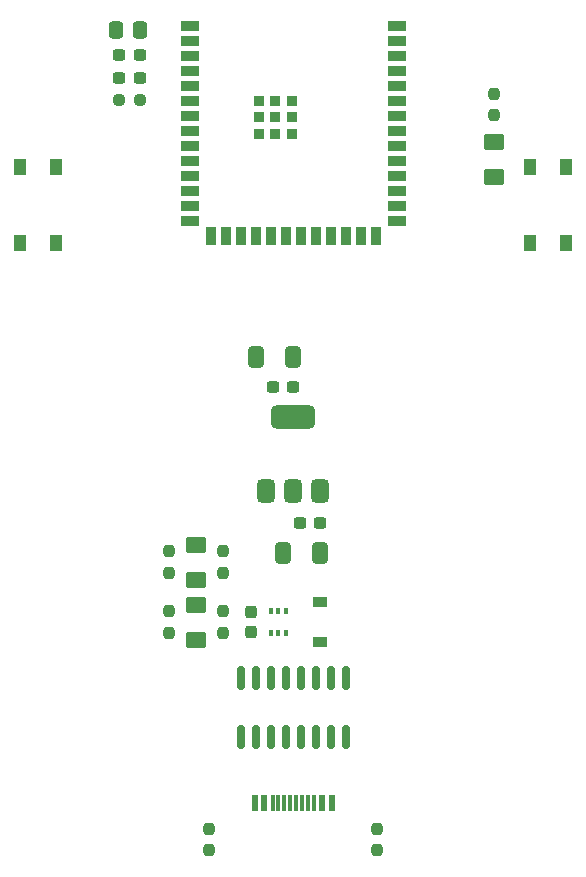
<source format=gbr>
%TF.GenerationSoftware,KiCad,Pcbnew,9.0.6*%
%TF.CreationDate,2026-01-25T13:47:59+09:00*%
%TF.ProjectId,esp32-s3-with-ken-interface,65737033-322d-4733-932d-776974682d6b,rev?*%
%TF.SameCoordinates,Original*%
%TF.FileFunction,Paste,Top*%
%TF.FilePolarity,Positive*%
%FSLAX46Y46*%
G04 Gerber Fmt 4.6, Leading zero omitted, Abs format (unit mm)*
G04 Created by KiCad (PCBNEW 9.0.6) date 2026-01-25 13:47:59*
%MOMM*%
%LPD*%
G01*
G04 APERTURE LIST*
G04 Aperture macros list*
%AMRoundRect*
0 Rectangle with rounded corners*
0 $1 Rounding radius*
0 $2 $3 $4 $5 $6 $7 $8 $9 X,Y pos of 4 corners*
0 Add a 4 corners polygon primitive as box body*
4,1,4,$2,$3,$4,$5,$6,$7,$8,$9,$2,$3,0*
0 Add four circle primitives for the rounded corners*
1,1,$1+$1,$2,$3*
1,1,$1+$1,$4,$5*
1,1,$1+$1,$6,$7*
1,1,$1+$1,$8,$9*
0 Add four rect primitives between the rounded corners*
20,1,$1+$1,$2,$3,$4,$5,0*
20,1,$1+$1,$4,$5,$6,$7,0*
20,1,$1+$1,$6,$7,$8,$9,0*
20,1,$1+$1,$8,$9,$2,$3,0*%
G04 Aperture macros list end*
%ADD10RoundRect,0.237500X-0.250000X-0.237500X0.250000X-0.237500X0.250000X0.237500X-0.250000X0.237500X0*%
%ADD11RoundRect,0.375000X0.375000X-0.625000X0.375000X0.625000X-0.375000X0.625000X-0.375000X-0.625000X0*%
%ADD12RoundRect,0.500000X1.400000X-0.500000X1.400000X0.500000X-1.400000X0.500000X-1.400000X-0.500000X0*%
%ADD13R,1.150000X0.950000*%
%ADD14RoundRect,0.250001X-0.624999X0.462499X-0.624999X-0.462499X0.624999X-0.462499X0.624999X0.462499X0*%
%ADD15R,0.900000X0.900000*%
%ADD16R,1.500000X0.900000*%
%ADD17R,0.900000X1.500000*%
%ADD18RoundRect,0.237500X-0.237500X0.250000X-0.237500X-0.250000X0.237500X-0.250000X0.237500X0.250000X0*%
%ADD19RoundRect,0.237500X0.237500X-0.300000X0.237500X0.300000X-0.237500X0.300000X-0.237500X-0.300000X0*%
%ADD20R,1.100000X1.400000*%
%ADD21RoundRect,0.250001X0.624999X-0.462499X0.624999X0.462499X-0.624999X0.462499X-0.624999X-0.462499X0*%
%ADD22RoundRect,0.237500X0.300000X0.237500X-0.300000X0.237500X-0.300000X-0.237500X0.300000X-0.237500X0*%
%ADD23R,0.420000X0.600000*%
%ADD24RoundRect,0.237500X0.237500X-0.250000X0.237500X0.250000X-0.237500X0.250000X-0.237500X-0.250000X0*%
%ADD25R,0.600000X1.450000*%
%ADD26R,0.300000X1.450000*%
%ADD27RoundRect,0.250000X0.412500X0.650000X-0.412500X0.650000X-0.412500X-0.650000X0.412500X-0.650000X0*%
%ADD28RoundRect,0.150000X0.150000X-0.825000X0.150000X0.825000X-0.150000X0.825000X-0.150000X-0.825000X0*%
%ADD29RoundRect,0.250000X0.337500X0.475000X-0.337500X0.475000X-0.337500X-0.475000X0.337500X-0.475000X0*%
G04 APERTURE END LIST*
D10*
%TO.C,R7*%
X69064500Y-53340000D03*
X70889500Y-53340000D03*
%TD*%
D11*
%TO.C,U2*%
X81520000Y-86462000D03*
X83820000Y-86462000D03*
D12*
X83820000Y-80162000D03*
D11*
X86120000Y-86462000D03*
%TD*%
D13*
%TO.C,D4*%
X86106000Y-95846000D03*
X86106000Y-99226000D03*
%TD*%
D14*
%TO.C,D2*%
X75565000Y-90968500D03*
X75565000Y-93943500D03*
%TD*%
D15*
%TO.C,U4*%
X80920000Y-53384000D03*
X80920000Y-54784000D03*
X80920000Y-56184000D03*
X82320000Y-53384000D03*
X82320000Y-54784000D03*
X82320000Y-56184000D03*
X83720000Y-53384000D03*
X83720000Y-54784000D03*
X83720000Y-56184000D03*
D16*
X75070000Y-47064000D03*
X75070000Y-48334000D03*
X75070000Y-49604000D03*
X75070000Y-50874000D03*
X75070000Y-52144000D03*
X75070000Y-53414000D03*
X75070000Y-54684000D03*
X75070000Y-55954000D03*
X75070000Y-57224000D03*
X75070000Y-58494000D03*
X75070000Y-59764000D03*
X75070000Y-61034000D03*
X75070000Y-62304000D03*
X75070000Y-63574000D03*
D17*
X76835000Y-64824000D03*
X78105000Y-64824000D03*
X79375000Y-64824000D03*
X80645000Y-64824000D03*
X81915000Y-64824000D03*
X83185000Y-64824000D03*
X84455000Y-64824000D03*
X85725000Y-64824000D03*
X86995000Y-64824000D03*
X88265000Y-64824000D03*
X89535000Y-64824000D03*
X90805000Y-64824000D03*
D16*
X92570000Y-63574000D03*
X92570000Y-62304000D03*
X92570000Y-61034000D03*
X92570000Y-59764000D03*
X92570000Y-58494000D03*
X92570000Y-57224000D03*
X92570000Y-55954000D03*
X92570000Y-54684000D03*
X92570000Y-53414000D03*
X92570000Y-52144000D03*
X92570000Y-50874000D03*
X92570000Y-49604000D03*
X92570000Y-48334000D03*
X92570000Y-47064000D03*
%TD*%
D18*
%TO.C,R6*%
X77851000Y-91543500D03*
X77851000Y-93368500D03*
%TD*%
D19*
%TO.C,C1*%
X80264000Y-98398500D03*
X80264000Y-96673500D03*
%TD*%
D20*
%TO.C,SW1*%
X63730000Y-58980000D03*
X63730000Y-65480000D03*
X60730000Y-58980000D03*
X60730000Y-65480000D03*
%TD*%
D21*
%TO.C,D3*%
X100838000Y-59871000D03*
X100838000Y-56896000D03*
%TD*%
D20*
%TO.C,SW2*%
X106910000Y-58980000D03*
X106910000Y-65480000D03*
X103910000Y-58980000D03*
X103910000Y-65480000D03*
%TD*%
D18*
%TO.C,R4*%
X73279000Y-91543500D03*
X73279000Y-93368500D03*
%TD*%
%TO.C,R8*%
X100838000Y-52808500D03*
X100838000Y-54633500D03*
%TD*%
D22*
%TO.C,C4*%
X83820000Y-77597000D03*
X82095000Y-77597000D03*
%TD*%
%TO.C,C8*%
X70839500Y-49530000D03*
X69114500Y-49530000D03*
%TD*%
D23*
%TO.C,Q1*%
X81915000Y-98486000D03*
X82565000Y-98486000D03*
X83215000Y-98486000D03*
X83215000Y-96586000D03*
X82565000Y-96586000D03*
X81915000Y-96586000D03*
%TD*%
D24*
%TO.C,R2*%
X76708000Y-116863500D03*
X76708000Y-115038500D03*
%TD*%
%TO.C,R3*%
X73279000Y-98448500D03*
X73279000Y-96623500D03*
%TD*%
D22*
%TO.C,C6*%
X70839500Y-51435000D03*
X69114500Y-51435000D03*
%TD*%
D25*
%TO.C,J1*%
X80570000Y-112888000D03*
X81370000Y-112888000D03*
D26*
X82570000Y-112888000D03*
X83570000Y-112888000D03*
X84070000Y-112888000D03*
X85070000Y-112888000D03*
D25*
X87070000Y-112888000D03*
X86270000Y-112888000D03*
D26*
X85570000Y-112888000D03*
X84570000Y-112888000D03*
X83070000Y-112888000D03*
X82070000Y-112888000D03*
%TD*%
D27*
%TO.C,C2*%
X86106000Y-91694000D03*
X82981000Y-91694000D03*
%TD*%
D22*
%TO.C,C3*%
X86106000Y-89154000D03*
X84381000Y-89154000D03*
%TD*%
D27*
%TO.C,C5*%
X83820000Y-75057000D03*
X80695000Y-75057000D03*
%TD*%
D24*
%TO.C,R5*%
X77851000Y-98448500D03*
X77851000Y-96623500D03*
%TD*%
D28*
%TO.C,U1*%
X79375000Y-107250000D03*
X80645000Y-107250000D03*
X81915000Y-107250000D03*
X83185000Y-107250000D03*
X84455000Y-107250000D03*
X85725000Y-107250000D03*
X86995000Y-107250000D03*
X88265000Y-107250000D03*
X88265000Y-102300000D03*
X86995000Y-102300000D03*
X85725000Y-102300000D03*
X84455000Y-102300000D03*
X83185000Y-102300000D03*
X81915000Y-102300000D03*
X80645000Y-102300000D03*
X79375000Y-102300000D03*
%TD*%
D21*
%TO.C,D1*%
X75565000Y-99023500D03*
X75565000Y-96048500D03*
%TD*%
D24*
%TO.C,R1*%
X90932000Y-116863500D03*
X90932000Y-115038500D03*
%TD*%
D29*
%TO.C,C7*%
X70887500Y-47371000D03*
X68812500Y-47371000D03*
%TD*%
M02*

</source>
